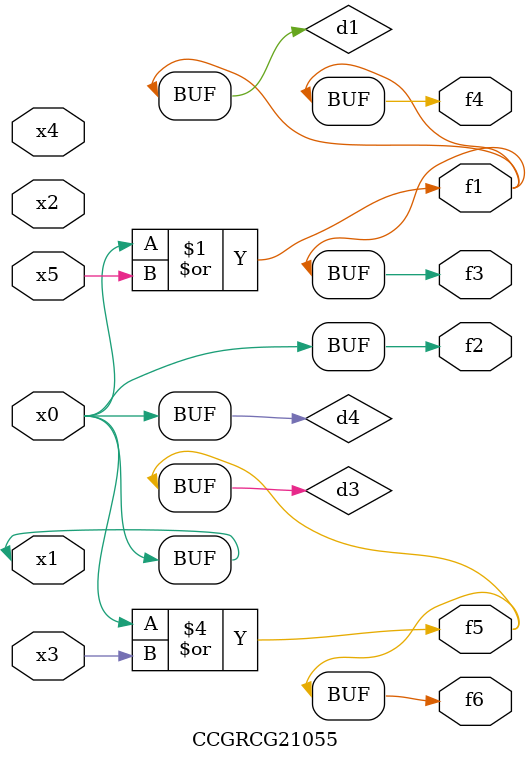
<source format=v>
module CCGRCG21055(
	input x0, x1, x2, x3, x4, x5,
	output f1, f2, f3, f4, f5, f6
);

	wire d1, d2, d3, d4;

	or (d1, x0, x5);
	xnor (d2, x1, x4);
	or (d3, x0, x3);
	buf (d4, x0, x1);
	assign f1 = d1;
	assign f2 = d4;
	assign f3 = d1;
	assign f4 = d1;
	assign f5 = d3;
	assign f6 = d3;
endmodule

</source>
